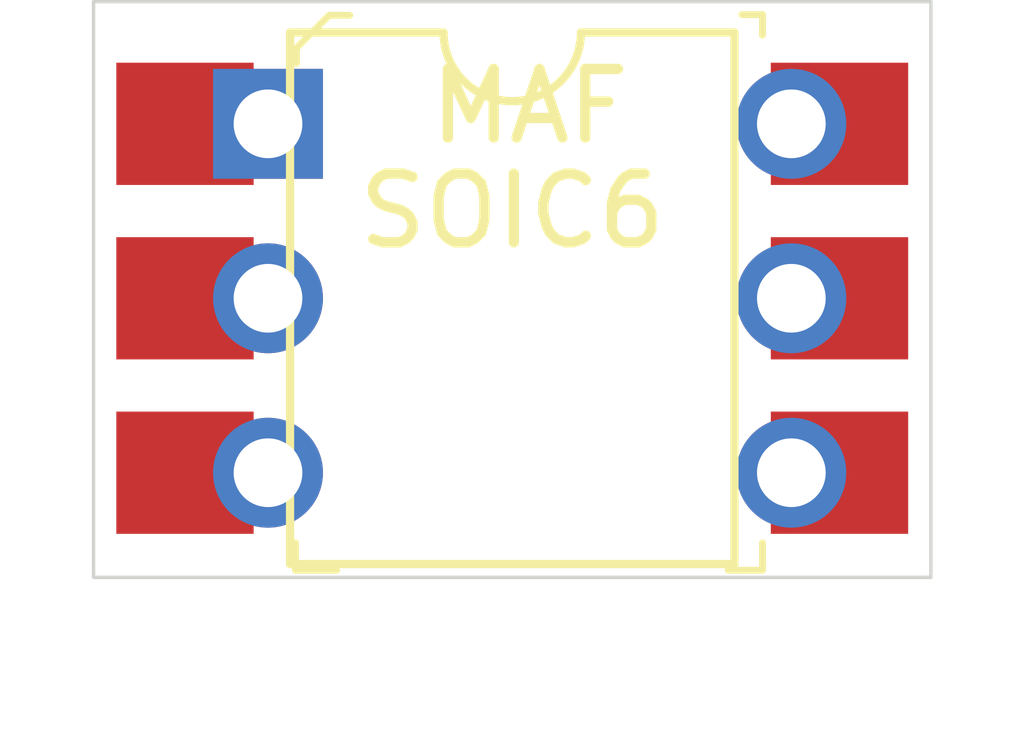
<source format=kicad_pcb>
(kicad_pcb (version 20171130) (host pcbnew 5.1.6-1.fc32)

  (general
    (thickness 1.6)
    (drawings 4)
    (tracks 0)
    (zones 0)
    (modules 2)
    (nets 1)
  )

  (page A4)
  (layers
    (0 F.Cu signal)
    (31 B.Cu signal)
    (32 B.Adhes user)
    (33 F.Adhes user)
    (34 B.Paste user)
    (35 F.Paste user)
    (36 B.SilkS user)
    (37 F.SilkS user)
    (38 B.Mask user)
    (39 F.Mask user)
    (40 Dwgs.User user)
    (41 Cmts.User user)
    (42 Eco1.User user)
    (43 Eco2.User user)
    (44 Edge.Cuts user)
    (45 Margin user)
    (46 B.CrtYd user)
    (47 F.CrtYd user)
    (48 B.Fab user)
    (49 F.Fab user)
  )

  (setup
    (last_trace_width 0.25)
    (trace_clearance 0.2)
    (zone_clearance 0.508)
    (zone_45_only no)
    (trace_min 0.2)
    (via_size 0.8)
    (via_drill 0.4)
    (via_min_size 0.4)
    (via_min_drill 0.3)
    (uvia_size 0.3)
    (uvia_drill 0.1)
    (uvias_allowed no)
    (uvia_min_size 0.2)
    (uvia_min_drill 0.1)
    (edge_width 0.05)
    (segment_width 0.2)
    (pcb_text_width 0.3)
    (pcb_text_size 1.5 1.5)
    (mod_edge_width 0.12)
    (mod_text_size 1 1)
    (mod_text_width 0.15)
    (pad_size 1.524 1.524)
    (pad_drill 0.762)
    (pad_to_mask_clearance 0.05)
    (aux_axis_origin 0 0)
    (visible_elements FFFFFF7F)
    (pcbplotparams
      (layerselection 0x010fc_ffffffff)
      (usegerberextensions false)
      (usegerberattributes true)
      (usegerberadvancedattributes true)
      (creategerberjobfile true)
      (excludeedgelayer true)
      (linewidth 0.100000)
      (plotframeref false)
      (viasonmask false)
      (mode 1)
      (useauxorigin false)
      (hpglpennumber 1)
      (hpglpenspeed 20)
      (hpglpendiameter 15.000000)
      (psnegative false)
      (psa4output false)
      (plotreference true)
      (plotvalue true)
      (plotinvisibletext false)
      (padsonsilk false)
      (subtractmaskfromsilk false)
      (outputformat 1)
      (mirror false)
      (drillshape 1)
      (scaleselection 1)
      (outputdirectory ""))
  )

  (net 0 "")

  (net_class Default "This is the default net class."
    (clearance 0.2)
    (trace_width 0.25)
    (via_dia 0.8)
    (via_drill 0.4)
    (uvia_dia 0.3)
    (uvia_drill 0.1)
  )

  (module digikey-footprints:DIP-6_W7.62mm (layer F.Cu) (tedit 5AFEF30B) (tstamp 5F73268B)
    (at 138.43 45.974)
    (descr http://optoelectronics.liteon.com/upload/download/DS70-2001-026/MOC306X%20series%20201606.pdf)
    (fp_text reference MAF (at 3.81 -0.254) (layer F.SilkS)
      (effects (font (size 1 1) (thickness 0.15)))
    )
    (fp_text value DIP-6_W7.62mm (at 4.1 8.1) (layer F.Fab)
      (effects (font (size 1 1) (thickness 0.15)))
    )
    (fp_text user REF** (at 3.94 3.1) (layer F.Fab)
      (effects (font (size 1 1) (thickness 0.1)))
    )
    (fp_line (start 0.89 -1.58) (end 0.415 -1.105) (layer F.SilkS) (width 0.1))
    (fp_line (start 0.54 -1.055) (end 0.915 -1.43) (layer F.Fab) (width 0.1))
    (fp_line (start 0.4 6.1) (end 0.4 6.5) (layer F.SilkS) (width 0.1))
    (fp_line (start 0.4 6.5) (end 1 6.5) (layer F.SilkS) (width 0.1))
    (fp_line (start 7.2 6.5) (end 7.2 6.1) (layer F.SilkS) (width 0.1))
    (fp_line (start 7.2 6.5) (end 6.7 6.5) (layer F.SilkS) (width 0.1))
    (fp_line (start -1.05 -1.68) (end 8.67 -1.68) (layer F.CrtYd) (width 0.05))
    (fp_line (start -1.05 6.61) (end 8.67 6.61) (layer F.CrtYd) (width 0.05))
    (fp_line (start 0.55 6.36) (end 7.05 6.36) (layer F.Fab) (width 0.1))
    (fp_line (start -1.05 -1.68) (end -1.05 6.61) (layer F.CrtYd) (width 0.05))
    (fp_line (start 8.67 -1.68) (end 8.67 6.61) (layer F.CrtYd) (width 0.05))
    (fp_line (start 0.415 -0.88) (end 0.415 -1.105) (layer F.SilkS) (width 0.1))
    (fp_line (start 0.89 -1.58) (end 1.19 -1.58) (layer F.SilkS) (width 0.1))
    (fp_line (start 7.2 -1.29) (end 7.2 -1.59) (layer F.SilkS) (width 0.1))
    (fp_line (start 7.2 -1.59) (end 6.9 -1.59) (layer F.SilkS) (width 0.1))
    (fp_line (start 0.915 -1.43) (end 7.05 -1.43) (layer F.Fab) (width 0.1))
    (fp_line (start 7.05 -1.43) (end 7.05 6.36) (layer F.Fab) (width 0.1))
    (fp_line (start 0.54 -1.055) (end 0.55 6.36) (layer F.Fab) (width 0.1))
    (pad 6 thru_hole circle (at 7.62 0) (size 1.6 1.6) (drill 1) (layers *.Cu *.Mask))
    (pad 5 thru_hole circle (at 7.62 2.54) (size 1.6 1.6) (drill 1) (layers *.Cu *.Mask))
    (pad 4 thru_hole circle (at 7.62 5.08) (size 1.6 1.6) (drill 1) (layers *.Cu *.Mask))
    (pad 3 thru_hole circle (at 0 5.08) (size 1.6 1.6) (drill 1) (layers *.Cu *.Mask))
    (pad 2 thru_hole circle (at 0 2.54) (size 1.6 1.6) (drill 1) (layers *.Cu *.Mask))
    (pad 1 thru_hole rect (at 0 0) (size 1.6 1.6) (drill 1) (layers *.Cu *.Mask))
  )

  (module Package_DIP:SMDIP-6_W9.53mm (layer F.Cu) (tedit 5A02E8C5) (tstamp 5F7322FE)
    (at 141.986 48.514)
    (descr "6-lead surface-mounted (SMD) DIP package, row spacing 9.53 mm (375 mils)")
    (tags "SMD DIP DIL PDIP SMDIP 2.54mm 9.53mm 375mil")
    (attr smd)
    (fp_text reference SOIC6 (at 0 -1.27) (layer F.SilkS)
      (effects (font (size 1 1) (thickness 0.15)))
    )
    (fp_text value SMDIP-6_W9.53mm (at 0 4.87) (layer F.Fab)
      (effects (font (size 1 1) (thickness 0.15)))
    )
    (fp_text user %R (at 0 0) (layer F.Fab)
      (effects (font (size 1 1) (thickness 0.15)))
    )
    (fp_arc (start 0 -3.87) (end -1 -3.87) (angle -180) (layer F.SilkS) (width 0.12))
    (fp_line (start -2.175 -3.81) (end 3.175 -3.81) (layer F.Fab) (width 0.1))
    (fp_line (start 3.175 -3.81) (end 3.175 3.81) (layer F.Fab) (width 0.1))
    (fp_line (start 3.175 3.81) (end -3.175 3.81) (layer F.Fab) (width 0.1))
    (fp_line (start -3.175 3.81) (end -3.175 -2.81) (layer F.Fab) (width 0.1))
    (fp_line (start -3.175 -2.81) (end -2.175 -3.81) (layer F.Fab) (width 0.1))
    (fp_line (start -1 -3.87) (end -3.235 -3.87) (layer F.SilkS) (width 0.12))
    (fp_line (start -3.235 -3.87) (end -3.235 3.87) (layer F.SilkS) (width 0.12))
    (fp_line (start -3.235 3.87) (end 3.235 3.87) (layer F.SilkS) (width 0.12))
    (fp_line (start 3.235 3.87) (end 3.235 -3.87) (layer F.SilkS) (width 0.12))
    (fp_line (start 3.235 -3.87) (end 1 -3.87) (layer F.SilkS) (width 0.12))
    (fp_line (start -6.05 -4.1) (end -6.05 4.1) (layer F.CrtYd) (width 0.05))
    (fp_line (start -6.05 4.1) (end 6.05 4.1) (layer F.CrtYd) (width 0.05))
    (fp_line (start 6.05 4.1) (end 6.05 -4.1) (layer F.CrtYd) (width 0.05))
    (fp_line (start 6.05 -4.1) (end -6.05 -4.1) (layer F.CrtYd) (width 0.05))
    (pad 6 smd rect (at 4.765 -2.54) (size 2 1.78) (layers F.Cu F.Paste F.Mask))
    (pad 3 smd rect (at -4.765 2.54) (size 2 1.78) (layers F.Cu F.Paste F.Mask))
    (pad 5 smd rect (at 4.765 0) (size 2 1.78) (layers F.Cu F.Paste F.Mask))
    (pad 2 smd rect (at -4.765 0) (size 2 1.78) (layers F.Cu F.Paste F.Mask))
    (pad 4 smd rect (at 4.765 2.54) (size 2 1.78) (layers F.Cu F.Paste F.Mask))
    (pad 1 smd rect (at -4.765 -2.54) (size 2 1.78) (layers F.Cu F.Paste F.Mask))
    (model ${KISYS3DMOD}/Package_DIP.3dshapes/SMDIP-6_W9.53mm.wrl
      (at (xyz 0 0 0))
      (scale (xyz 1 1 1))
      (rotate (xyz 0 0 0))
    )
  )

  (gr_line (start 135.89 52.578) (end 135.89 44.196) (layer Edge.Cuts) (width 0.05) (tstamp 5F73268C))
  (gr_line (start 148.082 52.578) (end 135.89 52.578) (layer Edge.Cuts) (width 0.05))
  (gr_line (start 148.082 44.196) (end 148.082 52.578) (layer Edge.Cuts) (width 0.05))
  (gr_line (start 135.89 44.196) (end 148.082 44.196) (layer Edge.Cuts) (width 0.05))

)

</source>
